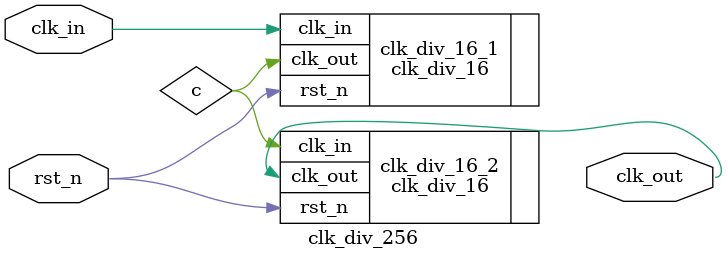
<source format=sv>
`timescale 1ns / 1ps

module clk_div_256(
    input clk_in,
    input rst_n,
    output logic clk_out
    );
    
    logic c;
    
    clk_div_16 clk_div_16_1(.clk_in(clk_in), .clk_out(c), .rst_n(rst_n));
    clk_div_16 clk_div_16_2(.clk_in(c), .clk_out(clk_out), .rst_n(rst_n));

endmodule

</source>
